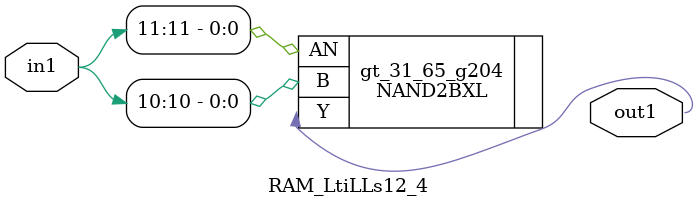
<source format=v>
`timescale 1ps / 1ps


module RAM_LtiLLs12_4(in1, out1);
  input [11:0] in1;
  output out1;
  wire [11:0] in1;
  wire out1;
  NAND2BXL gt_31_65_g204(.AN (in1[11]), .B (in1[10]), .Y (out1));
endmodule



</source>
